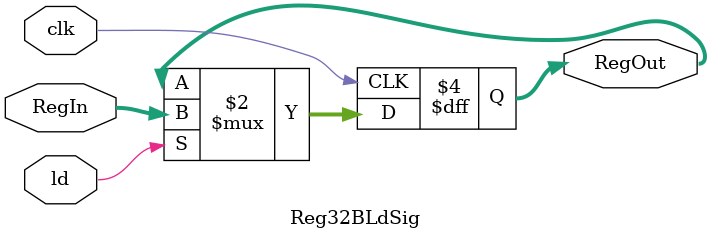
<source format=v>
`timescale 1ns/1ns
module Reg32BLdSig(input clk,ld,input [31:0]RegIn, output reg [31:0]RegOut);
  always@(posedge clk) begin
    if(ld) RegOut <= RegIn;
  end
endmodule



</source>
